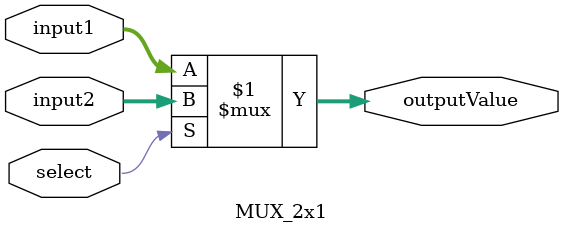
<source format=v>
`timescale 1ns / 1ps
module MUX_2x1(
    input [7:0] input1,
    input [7:0] input2,
    input select,
    output [7:0] outputValue
    );
	
	assign outputValue = select ? input2 : input1;

endmodule

</source>
